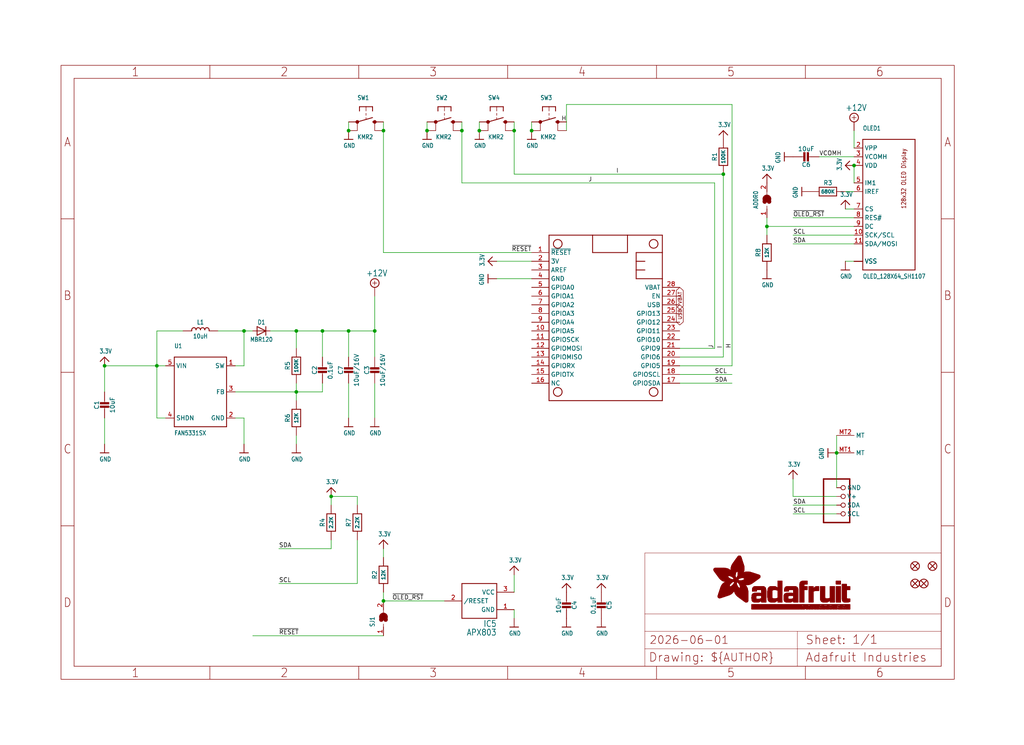
<source format=kicad_sch>
(kicad_sch (version 20230121) (generator eeschema)
  (paper "User" 298.45 217.322)
  (lib_symbols
    (symbol "working-eagle-import:+12V" (power)
      (property "Value" "+12V" (at -2.54 3.175 0))
      (symbol "+12V_1_0"
        (pin power_in line (at 0 -2.54 90) (length 2.54) (name "+12V") (number "1"))
      )
    )
    (symbol "working-eagle-import:3.3V" (power)
      (property "Value" "3.3V" (at -1.524 1.016 0))
      (symbol "3.3V_1_0"
        (pin power_in line (at 0 -2.54 90) (length 2.54) (name "3.3V") (number "1"))
      )
    )
    (symbol "working-eagle-import:AXP083-SAG"
      (property "Reference" "IC" (at -5.08 -7.62 0))
      (symbol "AXP083-SAG_1_0"
        (pin power_in line (at -10.16 -2.54 0) (length 5.08) (name "GND") (number "1"))
        (pin output line (at 10.16 0 180) (length 5.08) (name "/RESET") (number "2"))
        (pin power_in line (at -10.16 2.54 0) (length 5.08) (name "VCC") (number "3"))
      )
    )
    (symbol "working-eagle-import:CAP_CERAMIC0603_NO"
      (property "Reference" "C" (at -2.29 1.25 90))
      (symbol "CAP_CERAMIC0603_NO_1_0"
        (pin passive line (at 0 5.08 270) (length 2.54) (name "1") (number "1"))
        (pin passive line (at 0 -2.54 90) (length 2.54) (name "2") (number "2"))
      )
    )
    (symbol "working-eagle-import:CAP_CERAMIC0805-NOOUTLINE"
      (property "Reference" "C" (at -2.29 1.25 90))
      (symbol "CAP_CERAMIC0805-NOOUTLINE_1_0"
        (pin passive line (at 0 5.08 270) (length 2.54) (name "1") (number "1"))
        (pin passive line (at 0 -2.54 90) (length 2.54) (name "2") (number "2"))
      )
    )
    (symbol "working-eagle-import:DIODESOD-123"
      (property "Reference" "D" (at 0 2.54 0))
      (symbol "DIODESOD-123_1_0"
        (pin passive line (at -2.54 0 0) (length 2.54) (name "A") (number "A"))
        (pin passive line (at 2.54 0 180) (length 2.54) (name "C") (number "C"))
      )
    )
    (symbol "working-eagle-import:FEATHERWING_NODIM"
      (symbol "FEATHERWING_NODIM_1_0"
        (pin input line (at 5.08 -5.08 90) (length 5.08) (name "~{RESET}") (number "1"))
        (pin bidirectional line (at 27.94 -5.08 90) (length 5.08) (name "GPIOA5") (number "10"))
        (pin bidirectional line (at 30.48 -5.08 90) (length 5.08) (name "GPIOSCK") (number "11"))
        (pin bidirectional line (at 33.02 -5.08 90) (length 5.08) (name "GPIOMOSI") (number "12"))
        (pin bidirectional line (at 35.56 -5.08 90) (length 5.08) (name "GPIOMISO") (number "13"))
        (pin bidirectional line (at 38.1 -5.08 90) (length 5.08) (name "GPIORX") (number "14"))
        (pin bidirectional line (at 40.64 -5.08 90) (length 5.08) (name "GPIOTX") (number "15"))
        (pin passive line (at 43.18 -5.08 90) (length 5.08) (name "NC") (number "16"))
        (pin bidirectional line (at 43.18 38.1 270) (length 5.08) (name "GPIOSDA") (number "17"))
        (pin bidirectional line (at 40.64 38.1 270) (length 5.08) (name "GPIOSCL") (number "18"))
        (pin bidirectional line (at 38.1 38.1 270) (length 5.08) (name "GPIO5") (number "19"))
        (pin power_in line (at 7.62 -5.08 90) (length 5.08) (name "3V") (number "2"))
        (pin bidirectional line (at 35.56 38.1 270) (length 5.08) (name "GPIO6") (number "20"))
        (pin bidirectional line (at 33.02 38.1 270) (length 5.08) (name "GPIO9") (number "21"))
        (pin bidirectional line (at 30.48 38.1 270) (length 5.08) (name "GPIO10") (number "22"))
        (pin bidirectional line (at 27.94 38.1 270) (length 5.08) (name "GPIO11") (number "23"))
        (pin bidirectional line (at 25.4 38.1 270) (length 5.08) (name "GPIO12") (number "24"))
        (pin bidirectional line (at 22.86 38.1 270) (length 5.08) (name "GPIO13") (number "25"))
        (pin power_in line (at 20.32 38.1 270) (length 5.08) (name "USB") (number "26"))
        (pin passive line (at 17.78 38.1 270) (length 5.08) (name "EN") (number "27"))
        (pin power_in line (at 15.24 38.1 270) (length 5.08) (name "VBAT") (number "28"))
        (pin passive line (at 10.16 -5.08 90) (length 5.08) (name "AREF") (number "3"))
        (pin power_in line (at 12.7 -5.08 90) (length 5.08) (name "GND") (number "4"))
        (pin bidirectional line (at 15.24 -5.08 90) (length 5.08) (name "GPIOA0") (number "5"))
        (pin bidirectional line (at 17.78 -5.08 90) (length 5.08) (name "GPIOA1") (number "6"))
        (pin bidirectional line (at 20.32 -5.08 90) (length 5.08) (name "GPIOA2") (number "7"))
        (pin bidirectional line (at 22.86 -5.08 90) (length 5.08) (name "GPIOA3") (number "8"))
        (pin bidirectional line (at 25.4 -5.08 90) (length 5.08) (name "GPIOA4") (number "9"))
      )
    )
    (symbol "working-eagle-import:FIDUCIAL_1MM")
    (symbol "working-eagle-import:FRAME_A4_ADAFRUIT"
      (symbol "FRAME_A4_ADAFRUIT_1_0"
        (text "${#}/${##}" (at 230.505 10.16 0) (effects (font (size 2.54 2.54)) (justify left bottom)))
        (text "${AUTHOR}" (at 189.23 5.08 0) (effects (font (size 2.286 2.286)) (justify left bottom)))
        (text "${CURRENT_DATE}" (at 171.45 10.16 0) (effects (font (size 2.286 2.286)) (justify left bottom)))
        (text "${PROJECTNAME}" (at 171.45 15.24 0) (effects (font (size 2.54 2.54)) (justify left bottom)))
        (text "1" (at 21.6958 1.905 0) (effects (font (size 2.54 2.286))))
        (text "1" (at 21.6958 177.165 0) (effects (font (size 2.54 2.286))))
        (text "2" (at 65.0875 1.905 0) (effects (font (size 2.54 2.286))))
        (text "2" (at 65.0875 177.165 0) (effects (font (size 2.54 2.286))))
        (text "3" (at 108.4792 1.905 0) (effects (font (size 2.54 2.286))))
        (text "3" (at 108.4792 177.165 0) (effects (font (size 2.54 2.286))))
        (text "4" (at 151.8708 1.905 0) (effects (font (size 2.54 2.286))))
        (text "4" (at 151.8708 177.165 0) (effects (font (size 2.54 2.286))))
        (text "5" (at 195.2625 1.905 0) (effects (font (size 2.54 2.286))))
        (text "5" (at 195.2625 177.165 0) (effects (font (size 2.54 2.286))))
        (text "6" (at 238.6542 1.905 0) (effects (font (size 2.54 2.286))))
        (text "6" (at 238.6542 177.165 0) (effects (font (size 2.54 2.286))))
        (text "A" (at 1.905 156.6863 0) (effects (font (size 2.54 2.286))))
        (text "A" (at 258.445 156.6863 0) (effects (font (size 2.54 2.286))))
        (text "Adafruit Industries" (at 216.916 4.953 0) (effects (font (size 2.54 2.54)) (justify left bottom)))
        (text "B" (at 1.905 111.9188 0) (effects (font (size 2.54 2.286))))
        (text "B" (at 258.445 111.9188 0) (effects (font (size 2.54 2.286))))
        (text "C" (at 1.905 67.1513 0) (effects (font (size 2.54 2.286))))
        (text "C" (at 258.445 67.1513 0) (effects (font (size 2.54 2.286))))
        (text "D" (at 1.905 22.3838 0) (effects (font (size 2.54 2.286))))
        (text "D" (at 258.445 22.3838 0) (effects (font (size 2.54 2.286))))
        (text "Drawing:" (at 171.196 4.953 0) (effects (font (size 2.54 2.54)) (justify left bottom)))
        (text "Sheet:" (at 216.916 10.033 0) (effects (font (size 2.54 2.54)) (justify left bottom)))
      )
    )
    (symbol "working-eagle-import:GND" (power)
      (property "Value" "GND" (at -1.524 -2.54 0))
      (symbol "GND_1_0"
        (pin power_in line (at 0 2.54 270) (length 2.54) (name "GND") (number "1"))
      )
    )
    (symbol "working-eagle-import:INDUCTOR"
      (property "Reference" "L" (at 0 2.54 0))
      (symbol "INDUCTOR_1_0"
        (pin passive line (at -5.08 0 0) (length 2.54) (name "1") (number "P$1"))
        (pin passive line (at 5.08 0 180) (length 2.54) (name "2") (number "P$2"))
      )
    )
    (symbol "working-eagle-import:OLED_128X64_SH1107"
      (property "Reference" "OLED" (at -7.62 22.86 0))
      (symbol "OLED_128X64_SH1107_1_0"
        (text "128x32 OLED Display" (at 5.08 0 900) (effects (font (size 1.27 1.0795)) (justify left bottom)))
        (pin power_in line (at -10.16 -15.24 0) (length 2.54) (name "VSS") (number "1"))
        (pin input line (at -10.16 -7.62 0) (length 2.54) (name "SCK/SCL") (number "10"))
        (pin input line (at -10.16 -10.16 0) (length 2.54) (name "SDA/MOSI") (number "11"))
        (pin power_in line (at -10.16 -15.24 0) (length 2.54) (name "VSS") (number "12"))
        (pin power_in line (at -10.16 -15.24 0) (length 2.54) (name "VSS") (number "13"))
        (pin power_in line (at -10.16 17.78 0) (length 2.54) (name "VPP") (number "2"))
        (pin power_in line (at -10.16 15.24 0) (length 2.54) (name "VCOMH") (number "3"))
        (pin power_in line (at -10.16 12.7 0) (length 2.54) (name "VDD") (number "4"))
        (pin input line (at -10.16 7.62 0) (length 2.54) (name "IM1") (number "5"))
        (pin bidirectional line (at -10.16 5.08 0) (length 2.54) (name "IREF") (number "6"))
        (pin input line (at -10.16 0 0) (length 2.54) (name "CS") (number "7"))
        (pin input line (at -10.16 -2.54 0) (length 2.54) (name "RES#") (number "8"))
        (pin input line (at -10.16 -5.08 0) (length 2.54) (name "DC") (number "9"))
      )
    )
    (symbol "working-eagle-import:RESISTOR_0603_NOOUT"
      (property "Reference" "R" (at 0 2.54 0))
      (symbol "RESISTOR_0603_NOOUT_1_0"
        (pin passive line (at -5.08 0 0) (length 2.54) (name "1") (number "1"))
        (pin passive line (at 5.08 0 180) (length 2.54) (name "2") (number "2"))
      )
    )
    (symbol "working-eagle-import:SOLDERJUMPER"
      (property "Reference" "SJ" (at -2.54 2.54 0))
      (symbol "SOLDERJUMPER_1_0"
        (pin passive line (at -5.08 0 0) (length 2.54) (name "1") (number "1"))
        (pin passive line (at 5.08 0 180) (length 2.54) (name "2") (number "2"))
      )
    )
    (symbol "working-eagle-import:SOLDERJUMPERCLOSED"
      (property "Reference" "SJ" (at -2.54 2.54 0))
      (symbol "SOLDERJUMPERCLOSED_1_0"
        (pin passive line (at -5.08 0 0) (length 2.54) (name "1") (number "1"))
        (pin passive line (at 5.08 0 180) (length 2.54) (name "2") (number "2"))
      )
    )
    (symbol "working-eagle-import:STEMMA_I2C_QT"
      (symbol "STEMMA_I2C_QT_1_0"
        (pin passive inverted (at 0 5.08 0) (length 2.54) (name "GND") (number "1"))
        (pin passive inverted (at 0 2.54 0) (length 2.54) (name "V+") (number "2"))
        (pin passive inverted (at 0 0 0) (length 2.54) (name "SDA") (number "3"))
        (pin passive inverted (at 0 -2.54 0) (length 2.54) (name "SCL") (number "4"))
      )
      (symbol "STEMMA_I2C_QT_2_0"
        (pin bidirectional line (at 0 0 0) (length 5.08) (name "MT") (number "MT1"))
      )
      (symbol "STEMMA_I2C_QT_3_0"
        (pin bidirectional line (at 0 0 0) (length 5.08) (name "MT") (number "MT2"))
      )
    )
    (symbol "working-eagle-import:SWITCH_TACT_SMT4.6X2.8"
      (property "Reference" "SW" (at -2.54 6.35 0))
      (symbol "SWITCH_TACT_SMT4.6X2.8_1_0"
        (pin passive line (at -5.08 0 0) (length 2.54) (name "P") (number "A"))
        (pin passive line (at -5.08 -2.54 0) (length 2.54) (name "P1") (number "A'"))
        (pin passive line (at 5.08 0 180) (length 2.54) (name "S") (number "B"))
        (pin passive line (at 5.08 -2.54 180) (length 2.54) (name "S1") (number "B'"))
      )
    )
    (symbol "working-eagle-import:VREG_FAN5331"
      (property "Reference" "U" (at -7.62 12.7 0))
      (symbol "VREG_FAN5331_1_0"
        (pin bidirectional line (at 10.16 7.62 180) (length 2.54) (name "SW") (number "1"))
        (pin bidirectional line (at 10.16 -7.62 180) (length 2.54) (name "GND") (number "2"))
        (pin bidirectional line (at 10.16 0 180) (length 2.54) (name "FB") (number "3"))
        (pin bidirectional line (at -10.16 -7.62 0) (length 2.54) (name "SHDN") (number "4"))
        (pin bidirectional line (at -10.16 7.62 0) (length 2.54) (name "VIN") (number "5"))
      )
    )
  )
  (junction (at 154.94 38.1))
  (junction (at 101.6 38.1))
  (junction (at 93.98 96.52))
  (junction (at 149.86 38.1))
  (junction (at 243.84 132.08))
  (junction (at 111.76 175.26))
  (junction (at 111.76 38.1))
  (junction (at 210.82 50.8))
  (junction (at 134.62 38.1))
  (junction (at 124.46 38.1))
  (junction (at 109.22 96.52))
  (junction (at 86.36 114.3))
  (junction (at 139.7 38.1))
  (junction (at 86.36 96.52))
  (junction (at 101.6 96.52))
  (junction (at 223.52 66.04))
  (junction (at 45.72 106.68))
  (junction (at 71.12 96.52))
  (junction (at 96.52 144.78))
  (junction (at 30.48 106.68))
  (junction (at 248.92 48.26))
  (wire (pts (xy 30.48 106.68) (xy 30.48 114.3)) (stroke (width 0.1524)))
  (wire (pts (xy 93.98 114.3) (xy 93.98 111.76)) (stroke (width 0.1524)))
  (wire (pts (xy 86.36 127) (xy 86.36 129.54)) (stroke (width 0.1524)))
  (wire (pts (xy 223.52 66.04) (xy 223.52 68.58)) (stroke (width 0.1524)))
  (wire (pts (xy 93.98 96.52) (xy 101.6 96.52)) (stroke (width 0.1524)))
  (wire (pts (xy 238.76 45.72) (xy 248.92 45.72)) (stroke (width 0.1524)))
  (wire (pts (xy 96.52 147.32) (xy 96.52 144.78)) (stroke (width 0.1524)))
  (wire (pts (xy 101.6 121.92) (xy 101.6 111.76)) (stroke (width 0.1524)))
  (wire (pts (xy 134.62 38.1) (xy 134.62 53.34)) (stroke (width 0.1524)))
  (wire (pts (xy 213.36 30.48) (xy 213.36 106.68)) (stroke (width 0.1524)))
  (wire (pts (xy 104.14 144.78) (xy 96.52 144.78)) (stroke (width 0.1524)))
  (wire (pts (xy 243.84 147.32) (xy 231.14 147.32)) (stroke (width 0.1524)))
  (wire (pts (xy 144.78 81.28) (xy 154.94 81.28)) (stroke (width 0.1524)))
  (wire (pts (xy 109.22 111.76) (xy 109.22 121.92)) (stroke (width 0.1524)))
  (wire (pts (xy 86.36 114.3) (xy 93.98 114.3)) (stroke (width 0.1524)))
  (wire (pts (xy 198.12 106.68) (xy 213.36 106.68)) (stroke (width 0.1524)))
  (wire (pts (xy 86.36 114.3) (xy 86.36 111.76)) (stroke (width 0.1524)))
  (wire (pts (xy 248.92 71.12) (xy 231.14 71.12)) (stroke (width 0.1524)))
  (wire (pts (xy 96.52 160.02) (xy 81.28 160.02)) (stroke (width 0.1524)))
  (wire (pts (xy 124.46 35.56) (xy 124.46 38.1)) (stroke (width 0.1524)))
  (wire (pts (xy 109.22 96.52) (xy 109.22 104.14)) (stroke (width 0.1524)))
  (wire (pts (xy 63.5 96.52) (xy 71.12 96.52)) (stroke (width 0.1524)))
  (wire (pts (xy 68.58 121.92) (xy 71.12 121.92)) (stroke (width 0.1524)))
  (wire (pts (xy 243.84 127) (xy 243.84 132.08)) (stroke (width 0.1524)))
  (wire (pts (xy 78.74 96.52) (xy 86.36 96.52)) (stroke (width 0.1524)))
  (wire (pts (xy 93.98 104.14) (xy 93.98 96.52)) (stroke (width 0.1524)))
  (wire (pts (xy 243.84 132.08) (xy 243.84 142.24)) (stroke (width 0.1524)))
  (wire (pts (xy 198.12 101.6) (xy 208.28 101.6)) (stroke (width 0.1524)))
  (wire (pts (xy 231.14 63.5) (xy 248.92 63.5)) (stroke (width 0.1524)))
  (wire (pts (xy 246.38 76.2) (xy 248.92 76.2)) (stroke (width 0.1524)))
  (wire (pts (xy 149.86 50.8) (xy 210.82 50.8)) (stroke (width 0.1524)))
  (wire (pts (xy 45.72 121.92) (xy 45.72 106.68)) (stroke (width 0.1524)))
  (wire (pts (xy 246.38 60.96) (xy 248.92 60.96)) (stroke (width 0.1524)))
  (wire (pts (xy 149.86 177.8) (xy 149.86 180.34)) (stroke (width 0.1524)))
  (wire (pts (xy 144.78 76.2) (xy 154.94 76.2)) (stroke (width 0.1524)))
  (wire (pts (xy 149.86 35.56) (xy 149.86 38.1)) (stroke (width 0.1524)))
  (wire (pts (xy 139.7 35.56) (xy 139.7 38.1)) (stroke (width 0.1524)))
  (wire (pts (xy 48.26 121.92) (xy 45.72 121.92)) (stroke (width 0.1524)))
  (wire (pts (xy 111.76 35.56) (xy 111.76 38.1)) (stroke (width 0.1524)))
  (wire (pts (xy 134.62 53.34) (xy 208.28 53.34)) (stroke (width 0.1524)))
  (wire (pts (xy 198.12 111.76) (xy 213.36 111.76)) (stroke (width 0.1524)))
  (wire (pts (xy 134.62 35.56) (xy 134.62 38.1)) (stroke (width 0.1524)))
  (wire (pts (xy 198.12 109.22) (xy 213.36 109.22)) (stroke (width 0.1524)))
  (wire (pts (xy 111.76 162.56) (xy 111.76 160.02)) (stroke (width 0.1524)))
  (wire (pts (xy 86.36 96.52) (xy 86.36 101.6)) (stroke (width 0.1524)))
  (wire (pts (xy 111.76 73.66) (xy 154.94 73.66)) (stroke (width 0.1524)))
  (wire (pts (xy 248.92 48.26) (xy 248.92 53.34)) (stroke (width 0.1524)))
  (wire (pts (xy 248.92 38.1) (xy 248.92 43.18)) (stroke (width 0.1524)))
  (wire (pts (xy 71.12 96.52) (xy 71.12 106.68)) (stroke (width 0.1524)))
  (wire (pts (xy 149.86 172.72) (xy 149.86 167.64)) (stroke (width 0.1524)))
  (wire (pts (xy 154.94 35.56) (xy 154.94 38.1)) (stroke (width 0.1524)))
  (wire (pts (xy 231.14 68.58) (xy 248.92 68.58)) (stroke (width 0.1524)))
  (wire (pts (xy 96.52 160.02) (xy 96.52 157.48)) (stroke (width 0.1524)))
  (wire (pts (xy 45.72 96.52) (xy 53.34 96.52)) (stroke (width 0.1524)))
  (wire (pts (xy 104.14 157.48) (xy 104.14 170.18)) (stroke (width 0.1524)))
  (wire (pts (xy 223.52 66.04) (xy 248.92 66.04)) (stroke (width 0.1524)))
  (wire (pts (xy 71.12 106.68) (xy 68.58 106.68)) (stroke (width 0.1524)))
  (wire (pts (xy 208.28 53.34) (xy 208.28 101.6)) (stroke (width 0.1524)))
  (wire (pts (xy 109.22 96.52) (xy 109.22 86.36)) (stroke (width 0.1524)))
  (wire (pts (xy 243.84 144.78) (xy 231.14 144.78)) (stroke (width 0.1524)))
  (wire (pts (xy 165.1 30.48) (xy 165.1 38.1)) (stroke (width 0.1524)))
  (wire (pts (xy 101.6 96.52) (xy 101.6 104.14)) (stroke (width 0.1524)))
  (wire (pts (xy 45.72 106.68) (xy 30.48 106.68)) (stroke (width 0.1524)))
  (wire (pts (xy 231.14 144.78) (xy 231.14 139.7)) (stroke (width 0.1524)))
  (wire (pts (xy 101.6 35.56) (xy 101.6 38.1)) (stroke (width 0.1524)))
  (wire (pts (xy 86.36 116.84) (xy 86.36 114.3)) (stroke (width 0.1524)))
  (wire (pts (xy 71.12 96.52) (xy 73.66 96.52)) (stroke (width 0.1524)))
  (wire (pts (xy 210.82 50.8) (xy 210.82 104.14)) (stroke (width 0.1524)))
  (wire (pts (xy 111.76 175.26) (xy 111.76 172.72)) (stroke (width 0.1524)))
  (wire (pts (xy 68.58 114.3) (xy 86.36 114.3)) (stroke (width 0.1524)))
  (wire (pts (xy 30.48 121.92) (xy 30.48 129.54)) (stroke (width 0.1524)))
  (wire (pts (xy 104.14 170.18) (xy 81.28 170.18)) (stroke (width 0.1524)))
  (wire (pts (xy 223.52 63.5) (xy 223.52 66.04)) (stroke (width 0.1524)))
  (wire (pts (xy 246.38 55.88) (xy 248.92 55.88)) (stroke (width 0.1524)))
  (wire (pts (xy 101.6 96.52) (xy 109.22 96.52)) (stroke (width 0.1524)))
  (wire (pts (xy 198.12 104.14) (xy 210.82 104.14)) (stroke (width 0.1524)))
  (wire (pts (xy 111.76 38.1) (xy 111.76 73.66)) (stroke (width 0.1524)))
  (wire (pts (xy 86.36 96.52) (xy 93.98 96.52)) (stroke (width 0.1524)))
  (wire (pts (xy 231.14 149.86) (xy 243.84 149.86)) (stroke (width 0.1524)))
  (wire (pts (xy 71.12 121.92) (xy 71.12 129.54)) (stroke (width 0.1524)))
  (wire (pts (xy 48.26 106.68) (xy 45.72 106.68)) (stroke (width 0.1524)))
  (wire (pts (xy 129.54 175.26) (xy 111.76 175.26)) (stroke (width 0.1524)))
  (wire (pts (xy 165.1 30.48) (xy 213.36 30.48)) (stroke (width 0.1524)))
  (wire (pts (xy 104.14 147.32) (xy 104.14 144.78)) (stroke (width 0.1524)))
  (wire (pts (xy 111.76 185.42) (xy 73.66 185.42)) (stroke (width 0.1524)))
  (wire (pts (xy 149.86 38.1) (xy 149.86 50.8)) (stroke (width 0.1524)))
  (wire (pts (xy 45.72 106.68) (xy 45.72 96.52)) (stroke (width 0.1524)))
  (label "~{OLED_RST}" (at 114.3 175.26 0) (effects (font (size 1.2446 1.2446))))
  (label "~{RESET}" (at 154.94 73.66 180) (effects (font (size 1.2446 1.2446))))
  (label "SCL" (at 208.28 109.22 0) (effects (font (size 1.2446 1.2446))))
  (label "I" (at 180.34 50.8 180) (effects (font (size 1.2446 1.2446))))
  (label "J" (at 208.28 101.6 90) (effects (font (size 1.2446 1.2446))))
  (label "H" (at 165.1 35.56 180) (effects (font (size 1.2446 1.2446))))
  (label "SCL" (at 231.14 149.86 0) (effects (font (size 1.2446 1.2446))))
  (label "SCL" (at 231.14 68.58 0) (effects (font (size 1.2446 1.2446))))
  (label "SDA" (at 231.14 147.32 0) (effects (font (size 1.2446 1.2446))))
  (label "VCOMH" (at 238.76 45.72 0) (effects (font (size 1.2446 1.2446))))
  (label "~{OLED_RST}" (at 231.14 63.5 0) (effects (font (size 1.2446 1.2446))))
  (label "I" (at 210.82 101.6 90) (effects (font (size 1.2446 1.2446))))
  (label "SCL" (at 81.28 170.18 0) (effects (font (size 1.2446 1.2446))))
  (label "SDA" (at 208.28 111.76 0) (effects (font (size 1.2446 1.2446))))
  (label "SDA" (at 81.28 160.02 0) (effects (font (size 1.2446 1.2446))))
  (label "~{RESET}" (at 81.28 185.42 0) (effects (font (size 1.2446 1.2446))))
  (label "H" (at 213.36 101.6 90) (effects (font (size 1.2446 1.2446))))
  (label "J" (at 171.45 53.34 0) (effects (font (size 1.2446 1.2446))))
  (label "SDA" (at 231.14 71.12 0) (effects (font (size 1.2446 1.2446))))
  (global_label "USB" (shape bidirectional) (at 198.12 88.9 270) (effects (font (size 1.016 1.016))) (property "Intersheetrefs" "${INTERSHEET_REFS}" (effects hide)))
  (global_label "VBAT" (shape bidirectional) (at 198.12 83.82 270) (effects (font (size 1.016 1.016))) (property "Intersheetrefs" "${INTERSHEET_REFS}" (effects hide)))
  (symbol (lib_id "working-eagle-import:GND") (at 175.26 182.88 0) (unit 1)
    (property "Reference" "#U$34" (effects hide))
    (property "Value" "GND" (at 173.736 185.42 0) (effects (font (size 1.27 1.0795)) (justify left bottom)))
  )
  (symbol (lib_id "working-eagle-import:GND") (at 154.94 40.64 0) (unit 1)
    (property "Reference" "#U$12" (effects hide))
    (property "Value" "GND" (at 153.416 43.18 0) (effects (font (size 1.27 1.0795)) (justify left bottom)))
  )
  (symbol (lib_id "working-eagle-import:GND") (at 149.86 182.88 0) (unit 1)
    (property "Reference" "#U$17" (effects hide))
    (property "Value" "GND" (at 148.336 185.42 0) (effects (font (size 1.27 1.0795)) (justify left bottom)))
  )
  (symbol (lib_id "working-eagle-import:3.3V") (at 175.26 170.18 0) (unit 1)
    (property "Reference" "#U$33" (effects hide))
    (property "Value" "3.3V" (at 173.736 169.164 0) (effects (font (size 1.27 1.0795)) (justify left bottom)))
  )
  (symbol (lib_id "working-eagle-import:3.3V") (at 96.52 142.24 0) (unit 1)
    (property "Reference" "#U$13" (effects hide))
    (property "Value" "3.3V" (at 94.996 141.224 0) (effects (font (size 1.27 1.0795)) (justify left bottom)))
  )
  (symbol (lib_id "working-eagle-import:FEATHERWING_NODIM") (at 160.02 68.58 270) (unit 1)
    (property "Reference" "MS1" (effects hide))
    (property "Value" "FEATHERWING_NODIM" (effects hide))
    (property "Footprint" "working:FEATHERWING_NODIM" (effects hide))
  )
  (symbol (lib_id "working-eagle-import:3.3V") (at 210.82 38.1 0) (unit 1)
    (property "Reference" "#U$3" (effects hide))
    (property "Value" "3.3V" (at 209.296 37.084 0) (effects (font (size 1.27 1.0795)) (justify left bottom)))
  )
  (symbol (lib_id "working-eagle-import:3.3V") (at 149.86 165.1 0) (unit 1)
    (property "Reference" "#U$31" (effects hide))
    (property "Value" "3.3V" (at 148.336 164.084 0) (effects (font (size 1.27 1.0795)) (justify left bottom)))
  )
  (symbol (lib_id "working-eagle-import:SWITCH_TACT_SMT4.6X2.8") (at 144.78 35.56 0) (unit 1)
    (property "Reference" "SW4" (at 142.24 29.21 0) (effects (font (size 1.27 1.0795)) (justify left bottom)))
    (property "Value" "KMR2" (at 142.24 40.64 0) (effects (font (size 1.27 1.0795)) (justify left bottom)))
    (property "Footprint" "working:BTN_KMR2_4.6X2.8" (effects hide))
  )
  (symbol (lib_id "working-eagle-import:CAP_CERAMIC0603_NO") (at 93.98 109.22 0) (unit 1)
    (property "Reference" "C2" (at 91.69 107.97 90))
    (property "Value" "0.1uF" (at 96.28 107.97 90))
    (property "Footprint" "working:0603-NO" (effects hide))
  )
  (symbol (lib_id "working-eagle-import:GND") (at 86.36 132.08 0) (unit 1)
    (property "Reference" "#U$5" (effects hide))
    (property "Value" "GND" (at 84.836 134.62 0) (effects (font (size 1.27 1.0795)) (justify left bottom)))
  )
  (symbol (lib_id "working-eagle-import:SOLDERJUMPERCLOSED") (at 111.76 180.34 90) (unit 1)
    (property "Reference" "SJ1" (at 109.22 182.88 0) (effects (font (size 1.27 1.0795)) (justify left bottom)))
    (property "Value" "SOLDERJUMPERCLOSED" (effects hide))
    (property "Footprint" "working:SOLDERJUMPER_CLOSEDWIRE" (effects hide))
  )
  (symbol (lib_id "working-eagle-import:3.3V") (at 231.14 137.16 0) (unit 1)
    (property "Reference" "#U$4" (effects hide))
    (property "Value" "3.3V" (at 229.616 136.144 0) (effects (font (size 1.27 1.0795)) (justify left bottom)))
  )
  (symbol (lib_id "working-eagle-import:GND") (at 228.6 45.72 270) (unit 1)
    (property "Reference" "#U$20" (effects hide))
    (property "Value" "GND" (at 226.06 44.196 0) (effects (font (size 1.27 1.0795)) (justify left bottom)))
  )
  (symbol (lib_id "working-eagle-import:CAP_CERAMIC0805-NOOUTLINE") (at 109.22 109.22 0) (unit 1)
    (property "Reference" "C3" (at 106.93 107.97 90))
    (property "Value" "10uF/16V" (at 111.52 107.97 90))
    (property "Footprint" "working:0805-NO" (effects hide))
  )
  (symbol (lib_id "working-eagle-import:GND") (at 71.12 132.08 0) (unit 1)
    (property "Reference" "#U$25" (effects hide))
    (property "Value" "GND" (at 69.596 134.62 0) (effects (font (size 1.27 1.0795)) (justify left bottom)))
  )
  (symbol (lib_id "working-eagle-import:GND") (at 233.68 55.88 270) (unit 1)
    (property "Reference" "#U$19" (effects hide))
    (property "Value" "GND" (at 231.14 54.356 0) (effects (font (size 1.27 1.0795)) (justify left bottom)))
  )
  (symbol (lib_id "working-eagle-import:AXP083-SAG") (at 139.7 175.26 0) (mirror y) (unit 1)
    (property "Reference" "IC5" (at 144.78 182.88 0) (effects (font (size 1.778 1.5113)) (justify left bottom)))
    (property "Value" "APX803" (at 144.78 185.42 0) (effects (font (size 1.778 1.5113)) (justify left bottom)))
    (property "Footprint" "working:SOT23" (effects hide))
  )
  (symbol (lib_id "working-eagle-import:FIDUCIAL_1MM") (at 269.24 170.18 0) (unit 1)
    (property "Reference" "FID4" (effects hide))
    (property "Value" "FIDUCIAL_1MM" (effects hide))
    (property "Footprint" "working:FIDUCIAL_1MM" (effects hide))
  )
  (symbol (lib_id "working-eagle-import:SOLDERJUMPER") (at 223.52 58.42 90) (unit 1)
    (property "Reference" "ADDR0" (at 220.98 60.96 0) (effects (font (size 1.27 1.0795)) (justify left bottom)))
    (property "Value" "SOLDERJUMPER" (effects hide))
    (property "Footprint" "working:SOLDERJUMPER_ARROW_NOPASTE" (effects hide))
  )
  (symbol (lib_id "working-eagle-import:+12V") (at 248.92 35.56 0) (unit 1)
    (property "Reference" "#SUPPLY1" (effects hide))
    (property "Value" "+12V" (at 246.38 32.385 0) (effects (font (size 1.778 1.5113)) (justify left bottom)))
  )
  (symbol (lib_id "working-eagle-import:3.3V") (at 223.52 50.8 0) (unit 1)
    (property "Reference" "#U$30" (effects hide))
    (property "Value" "3.3V" (at 221.996 49.784 0) (effects (font (size 1.27 1.0795)) (justify left bottom)))
  )
  (symbol (lib_id "working-eagle-import:CAP_CERAMIC0805-NOOUTLINE") (at 236.22 45.72 90) (unit 1)
    (property "Reference" "C6" (at 234.97 48.01 90))
    (property "Value" "10uF" (at 234.97 43.42 90))
    (property "Footprint" "working:0805-NO" (effects hide))
  )
  (symbol (lib_id "working-eagle-import:GND") (at 30.48 132.08 0) (unit 1)
    (property "Reference" "#U$24" (effects hide))
    (property "Value" "GND" (at 28.956 134.62 0) (effects (font (size 1.27 1.0795)) (justify left bottom)))
  )
  (symbol (lib_id "working-eagle-import:SWITCH_TACT_SMT4.6X2.8") (at 129.54 35.56 0) (unit 1)
    (property "Reference" "SW2" (at 127 29.21 0) (effects (font (size 1.27 1.0795)) (justify left bottom)))
    (property "Value" "KMR2" (at 127 40.64 0) (effects (font (size 1.27 1.0795)) (justify left bottom)))
    (property "Footprint" "working:BTN_KMR2_4.6X2.8" (effects hide))
  )
  (symbol (lib_id "working-eagle-import:OLED_128X64_SH1107") (at 259.08 60.96 0) (unit 1)
    (property "Reference" "OLED1" (at 251.46 38.1 0) (effects (font (size 1.27 1.0795)) (justify left bottom)))
    (property "Value" "OLED_128X64_SH1107" (at 251.46 81.28 0) (effects (font (size 1.27 1.0795)) (justify left bottom)))
    (property "Footprint" "working:QT1107P11A" (effects hide))
  )
  (symbol (lib_id "working-eagle-import:RESISTOR_0603_NOOUT") (at 86.36 121.92 90) (unit 1)
    (property "Reference" "R6" (at 83.82 121.92 0))
    (property "Value" "12K" (at 86.36 121.92 0) (effects (font (size 1.016 1.016) bold)))
    (property "Footprint" "working:0603-NO" (effects hide))
  )
  (symbol (lib_id "working-eagle-import:GND") (at 109.22 124.46 0) (unit 1)
    (property "Reference" "#U$26" (effects hide))
    (property "Value" "GND" (at 107.696 127 0) (effects (font (size 1.27 1.0795)) (justify left bottom)))
  )
  (symbol (lib_id "working-eagle-import:RESISTOR_0603_NOOUT") (at 223.52 73.66 90) (unit 1)
    (property "Reference" "R8" (at 220.98 73.66 0))
    (property "Value" "12K" (at 223.52 73.66 0) (effects (font (size 1.016 1.016) bold)))
    (property "Footprint" "working:0603-NO" (effects hide))
  )
  (symbol (lib_id "working-eagle-import:FIDUCIAL_1MM") (at 266.7 170.18 0) (unit 1)
    (property "Reference" "FID3" (effects hide))
    (property "Value" "FIDUCIAL_1MM" (effects hide))
    (property "Footprint" "working:FIDUCIAL_1MM" (effects hide))
  )
  (symbol (lib_id "working-eagle-import:RESISTOR_0603_NOOUT") (at 86.36 106.68 90) (unit 1)
    (property "Reference" "R5" (at 83.82 106.68 0))
    (property "Value" "100K" (at 86.36 106.68 0) (effects (font (size 1.016 1.016) bold)))
    (property "Footprint" "working:0603-NO" (effects hide))
  )
  (symbol (lib_id "working-eagle-import:FIDUCIAL_1MM") (at 266.7 165.1 0) (unit 1)
    (property "Reference" "FID2" (effects hide))
    (property "Value" "FIDUCIAL_1MM" (effects hide))
    (property "Footprint" "working:FIDUCIAL_1MM" (effects hide))
  )
  (symbol (lib_id "working-eagle-import:RESISTOR_0603_NOOUT") (at 96.52 152.4 90) (unit 1)
    (property "Reference" "R4" (at 93.98 152.4 0))
    (property "Value" "2.2K" (at 96.52 152.4 0) (effects (font (size 1.016 1.016) bold)))
    (property "Footprint" "working:0603-NO" (effects hide))
  )
  (symbol (lib_id "working-eagle-import:3.3V") (at 30.48 104.14 0) (unit 1)
    (property "Reference" "#U$28" (effects hide))
    (property "Value" "3.3V" (at 28.956 103.124 0) (effects (font (size 1.27 1.0795)) (justify left bottom)))
  )
  (symbol (lib_id "working-eagle-import:CAP_CERAMIC0805-NOOUTLINE") (at 30.48 119.38 0) (unit 1)
    (property "Reference" "C1" (at 28.19 118.13 90))
    (property "Value" "10uF" (at 32.78 118.13 90))
    (property "Footprint" "working:0805-NO" (effects hide))
  )
  (symbol (lib_id "working-eagle-import:FIDUCIAL_1MM") (at 271.78 165.1 0) (unit 1)
    (property "Reference" "FID1" (effects hide))
    (property "Value" "FIDUCIAL_1MM" (effects hide))
    (property "Footprint" "working:FIDUCIAL_1MM" (effects hide))
  )
  (symbol (lib_id "working-eagle-import:GND") (at 124.46 40.64 0) (unit 1)
    (property "Reference" "#U$10" (effects hide))
    (property "Value" "GND" (at 122.936 43.18 0) (effects (font (size 1.27 1.0795)) (justify left bottom)))
  )
  (symbol (lib_id "working-eagle-import:CAP_CERAMIC0805-NOOUTLINE") (at 101.6 109.22 0) (unit 1)
    (property "Reference" "C7" (at 99.31 107.97 90))
    (property "Value" "10uF/16V" (at 103.9 107.97 90))
    (property "Footprint" "working:0805-NO" (effects hide))
  )
  (symbol (lib_id "working-eagle-import:SWITCH_TACT_SMT4.6X2.8") (at 160.02 35.56 0) (unit 1)
    (property "Reference" "SW3" (at 157.48 29.21 0) (effects (font (size 1.27 1.0795)) (justify left bottom)))
    (property "Value" "KMR2" (at 157.48 40.64 0) (effects (font (size 1.27 1.0795)) (justify left bottom)))
    (property "Footprint" "working:BTN_KMR2_4.6X2.8" (effects hide))
  )
  (symbol (lib_id "working-eagle-import:GND") (at 139.7 40.64 0) (unit 1)
    (property "Reference" "#U$11" (effects hide))
    (property "Value" "GND" (at 138.176 43.18 0) (effects (font (size 1.27 1.0795)) (justify left bottom)))
  )
  (symbol (lib_id "working-eagle-import:SWITCH_TACT_SMT4.6X2.8") (at 106.68 35.56 0) (unit 1)
    (property "Reference" "SW1" (at 104.14 29.21 0) (effects (font (size 1.27 1.0795)) (justify left bottom)))
    (property "Value" "KMR2" (at 104.14 40.64 0) (effects (font (size 1.27 1.0795)) (justify left bottom)))
    (property "Footprint" "working:BTN_KMR2_4.6X2.8" (effects hide))
  )
  (symbol (lib_id "working-eagle-import:CAP_CERAMIC0805-NOOUTLINE") (at 165.1 175.26 180) (unit 1)
    (property "Reference" "C4" (at 167.39 176.51 90))
    (property "Value" "10uF" (at 162.8 176.51 90))
    (property "Footprint" "working:0805-NO" (effects hide))
  )
  (symbol (lib_id "working-eagle-import:GND") (at 142.24 81.28 270) (unit 1)
    (property "Reference" "#U$7" (effects hide))
    (property "Value" "GND" (at 139.7 79.756 0) (effects (font (size 1.27 1.0795)) (justify left bottom)))
  )
  (symbol (lib_id "working-eagle-import:STEMMA_I2C_QT") (at 243.84 132.08 0) (unit 2)
    (property "Reference" "CONN1" (effects hide))
    (property "Value" "STEMMA_I2C_QT" (effects hide))
    (property "Footprint" "working:JST_SH4" (effects hide))
  )
  (symbol (lib_id "working-eagle-import:RESISTOR_0603_NOOUT") (at 111.76 167.64 90) (unit 1)
    (property "Reference" "R2" (at 109.22 167.64 0))
    (property "Value" "12K" (at 111.76 167.64 0) (effects (font (size 1.016 1.016) bold)))
    (property "Footprint" "working:0603-NO" (effects hide))
  )
  (symbol (lib_id "working-eagle-import:3.3V") (at 165.1 170.18 0) (unit 1)
    (property "Reference" "#U$22" (effects hide))
    (property "Value" "3.3V" (at 163.576 169.164 0) (effects (font (size 1.27 1.0795)) (justify left bottom)))
  )
  (symbol (lib_id "working-eagle-import:GND") (at 101.6 124.46 0) (unit 1)
    (property "Reference" "#U$27" (effects hide))
    (property "Value" "GND" (at 100.076 127 0) (effects (font (size 1.27 1.0795)) (justify left bottom)))
  )
  (symbol (lib_id "working-eagle-import:STEMMA_I2C_QT") (at 243.84 127 0) (unit 3)
    (property "Reference" "CONN1" (effects hide))
    (property "Value" "STEMMA_I2C_QT" (effects hide))
    (property "Footprint" "working:JST_SH4" (effects hide))
  )
  (symbol (lib_id "working-eagle-import:GND") (at 246.38 78.74 0) (unit 1)
    (property "Reference" "#U$18" (effects hide))
    (property "Value" "GND" (at 244.856 81.28 0) (effects (font (size 1.27 1.0795)) (justify left bottom)))
  )
  (symbol (lib_id "working-eagle-import:GND") (at 165.1 182.88 0) (unit 1)
    (property "Reference" "#U$23" (effects hide))
    (property "Value" "GND" (at 163.576 185.42 0) (effects (font (size 1.27 1.0795)) (justify left bottom)))
  )
  (symbol (lib_id "working-eagle-import:+12V") (at 109.22 83.82 0) (unit 1)
    (property "Reference" "#SUPPLY2" (effects hide))
    (property "Value" "+12V" (at 106.68 80.645 0) (effects (font (size 1.778 1.5113)) (justify left bottom)))
  )
  (symbol (lib_id "working-eagle-import:INDUCTOR") (at 58.42 96.52 0) (unit 1)
    (property "Reference" "L1" (at 58.42 93.98 0) (effects (font (size 1.27 1.0795))))
    (property "Value" "10uH" (at 58.42 98.06 0) (effects (font (size 1.27 1.0795))))
    (property "Footprint" "working:INDUCTOR_1007" (effects hide))
  )
  (symbol (lib_id "working-eagle-import:GND") (at 223.52 81.28 0) (unit 1)
    (property "Reference" "#U$32" (effects hide))
    (property "Value" "GND" (at 221.996 83.82 0) (effects (font (size 1.27 1.0795)) (justify left bottom)))
  )
  (symbol (lib_id "working-eagle-import:GND") (at 241.3 132.08 270) (unit 1)
    (property "Reference" "#U$29" (effects hide))
    (property "Value" "GND" (at 238.76 130.556 0) (effects (font (size 1.27 1.0795)) (justify left bottom)))
  )
  (symbol (lib_id "working-eagle-import:DIODESOD-123") (at 76.2 96.52 0) (unit 1)
    (property "Reference" "D1" (at 76.2 93.98 0) (effects (font (size 1.27 1.0795))))
    (property "Value" "MBR120" (at 76.2 99.02 0) (effects (font (size 1.27 1.0795))))
    (property "Footprint" "working:SOD-123" (effects hide))
  )
  (symbol (lib_id "working-eagle-import:GND") (at 101.6 40.64 0) (unit 1)
    (property "Reference" "#U$9" (effects hide))
    (property "Value" "GND" (at 100.076 43.18 0) (effects (font (size 1.27 1.0795)) (justify left bottom)))
  )
  (symbol (lib_id "working-eagle-import:3.3V") (at 246.38 58.42 0) (unit 1)
    (property "Reference" "#U$2" (effects hide))
    (property "Value" "3.3V" (at 244.856 57.404 0) (effects (font (size 1.27 1.0795)) (justify left bottom)))
  )
  (symbol (lib_id "working-eagle-import:3.3V") (at 246.38 48.26 90) (unit 1)
    (property "Reference" "#U$15" (effects hide))
    (property "Value" "3.3V" (at 245.364 49.784 0) (effects (font (size 1.27 1.0795)) (justify left bottom)))
  )
  (symbol (lib_id "working-eagle-import:VREG_FAN5331") (at 58.42 114.3 0) (unit 1)
    (property "Reference" "U1" (at 50.8 101.6 0) (effects (font (size 1.27 1.0795)) (justify left bottom)))
    (property "Value" "FAN5331SX" (at 50.8 127 0) (effects (font (size 1.27 1.0795)) (justify left bottom)))
    (property "Footprint" "working:SOT23-5" (effects hide))
  )
  (symbol (lib_id "working-eagle-import:RESISTOR_0603_NOOUT") (at 241.3 55.88 0) (unit 1)
    (property "Reference" "R3" (at 241.3 53.34 0))
    (property "Value" "680K" (at 241.3 55.88 0) (effects (font (size 1.016 1.016) bold)))
    (property "Footprint" "working:0603-NO" (effects hide))
  )
  (symbol (lib_id "working-eagle-import:RESISTOR_0603_NOOUT") (at 210.82 45.72 90) (unit 1)
    (property "Reference" "R1" (at 208.28 45.72 0))
    (property "Value" "100K" (at 210.82 45.72 0) (effects (font (size 1.016 1.016) bold)))
    (property "Footprint" "working:0603-NO" (effects hide))
  )
  (symbol (lib_id "working-eagle-import:STEMMA_I2C_QT") (at 243.84 147.32 0) (unit 1)
    (property "Reference" "CONN1" (effects hide))
    (property "Value" "STEMMA_I2C_QT" (effects hide))
    (property "Footprint" "working:JST_SH4" (effects hide))
  )
  (symbol (lib_id "working-eagle-import:3.3V") (at 142.24 76.2 90) (unit 1)
    (property "Reference" "#U$6" (effects hide))
    (property "Value" "3.3V" (at 141.224 77.724 0) (effects (font (size 1.27 1.0795)) (justify left bottom)))
  )
  (symbol (lib_id "working-eagle-import:3.3V") (at 111.76 157.48 0) (unit 1)
    (property "Reference" "#U$21" (effects hide))
    (property "Value" "3.3V" (at 110.236 156.464 0) (effects (font (size 1.27 1.0795)) (justify left bottom)))
  )
  (symbol (lib_id "working-eagle-import:FRAME_A4_ADAFRUIT") (at 17.78 198.12 0) (unit 1)
    (property "Reference" "#U$1" (effects hide))
    (property "Value" "FRAME_A4_ADAFRUIT" (effects hide))
  )
  (symbol (lib_id "working-eagle-import:CAP_CERAMIC0603_NO") (at 175.26 175.26 180) (unit 1)
    (property "Reference" "C5" (at 177.55 176.51 90))
    (property "Value" "0.1uF" (at 172.96 176.51 90))
    (property "Footprint" "working:0603-NO" (effects hide))
  )
  (symbol (lib_id "working-eagle-import:RESISTOR_0603_NOOUT") (at 104.14 152.4 90) (unit 1)
    (property "Reference" "R7" (at 101.6 152.4 0))
    (property "Value" "2.2K" (at 104.14 152.4 0) (effects (font (size 1.016 1.016) bold)))
    (property "Footprint" "working:0603-NO" (effects hide))
  )
)
</source>
